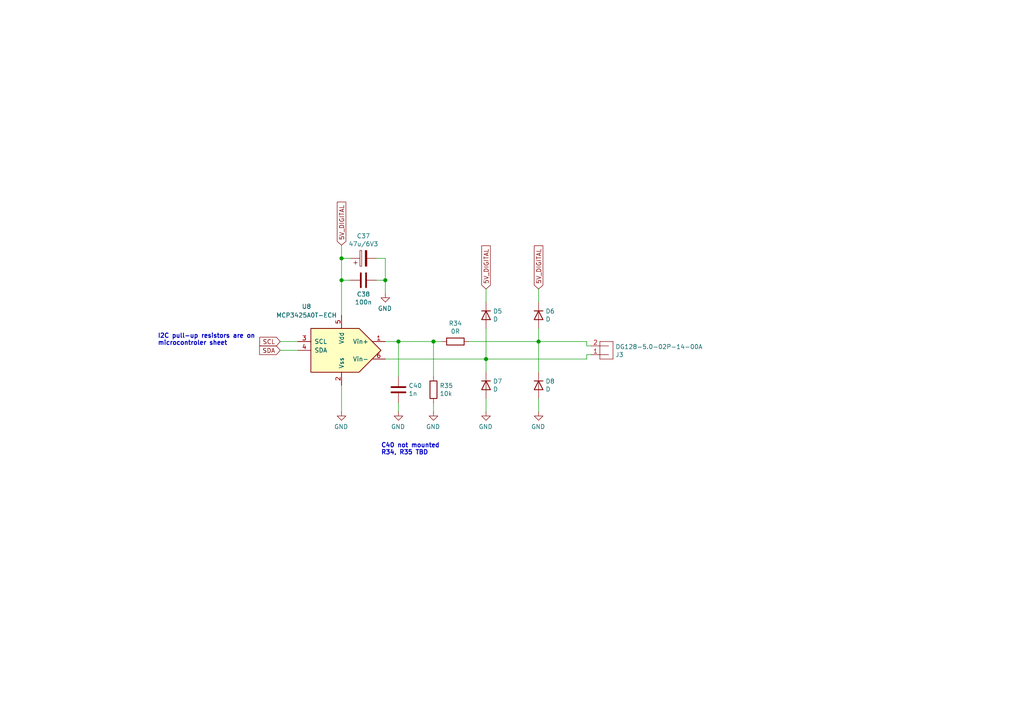
<source format=kicad_sch>
(kicad_sch (version 20231120) (generator "eeschema") (generator_version "8.0")
  (paper "A4")
  (lib_symbols
    (symbol "Analog_ADC:MCP3425A0T-ECH" (pin_names (offset 1.016))
      (property "Reference" "U" (at -10.16 7.62 0))
      (property "Value" "MCP3425A0T-ECH" (at 2.54 7.62 0))
      (symbol "MCP3425A0T-ECH_0_1"
        (polyline (pts (xy -5.08 6.35) (xy 8.89 6.35) (xy 8.89 0) (xy 8.89 -6.35) (xy -5.08 -6.35) (xy -11.43 0) (xy -5.08 6.35)) (stroke (width 0.254)) (fill (type background)))
      )
      (symbol "MCP3425A0T-ECH_1_1"
        (pin passive line (at -12.7 2.54 0) (length 3.81) (name "Vin+") (number "1"))
        (pin power_in line (at 0 -10.16 90) (length 3.81) (name "Vss") (number "2"))
        (pin input line (at 12.7 2.54 180) (length 3.81) (name "SCL") (number "3"))
        (pin bidirectional line (at 12.7 0 180) (length 3.81) (name "SDA") (number "4"))
        (pin power_in line (at 0 10.16 270) (length 3.81) (name "Vdd") (number "5"))
        (pin passive line (at -12.7 -2.54 0) (length 3.81) (name "Vin-") (number "6"))
      )
    )
    (symbol "Device:C" (pin_numbers hide) (pin_names (offset 0.254))
      (property "Reference" "C" (at 0.635 2.54 0))
      (property "Value" "C" (at 0.635 -2.54 0))
      (symbol "C_0_1"
        (polyline (pts (xy -2.032 -0.762) (xy 2.032 -0.762)) (stroke (width 0.508)))
        (polyline (pts (xy -2.032 0.762) (xy 2.032 0.762)) (stroke (width 0.508)))
      )
      (symbol "C_1_1"
        (pin passive line (at 0 3.81 270) (length 2.794) (name "~") (number "1"))
        (pin passive line (at 0 -3.81 90) (length 2.794) (name "~") (number "2"))
      )
    )
    (symbol "Device:CP" (pin_numbers hide) (pin_names (offset 0.254))
      (property "Reference" "C" (at 0.635 2.54 0))
      (property "Value" "CP" (at 0.635 -2.54 0))
      (symbol "CP_0_1"
        (rectangle (start -2.286 0.508) (end 2.286 1.016))
        (polyline (pts (xy -1.778 2.286) (xy -0.762 2.286)))
        (polyline (pts (xy -1.27 2.794) (xy -1.27 1.778)))
        (rectangle (start 2.286 -0.508) (end -2.286 -1.016) (fill (type outline)))
      )
      (symbol "CP_1_1"
        (pin passive line (at 0 3.81 270) (length 2.794) (name "~") (number "1"))
        (pin passive line (at 0 -3.81 90) (length 2.794) (name "~") (number "2"))
      )
    )
    (symbol "Device:D" (pin_numbers hide) (pin_names (offset 1.016) hide)
      (property "Reference" "D" (at 0 2.54 0))
      (property "Value" "D" (at 0 -2.54 0))
      (symbol "D_0_1"
        (polyline (pts (xy -1.27 1.27) (xy -1.27 -1.27)) (stroke (width 0.254)))
        (polyline (pts (xy 1.27 0) (xy -1.27 0)))
        (polyline (pts (xy 1.27 1.27) (xy 1.27 -1.27) (xy -1.27 0) (xy 1.27 1.27)) (stroke (width 0.254)))
      )
      (symbol "D_1_1"
        (pin passive line (at -3.81 0 0) (length 2.54) (name "K") (number "1"))
        (pin passive line (at 3.81 0 180) (length 2.54) (name "A") (number "2"))
      )
    )
    (symbol "Device:R" (pin_numbers hide) (pin_names (offset 0))
      (property "Reference" "R" (at 2.032 0 90))
      (property "Value" "R" (at 0 0 90))
      (symbol "R_0_1"
        (rectangle (start -1.016 -2.54) (end 1.016 2.54) (stroke (width 0.254)))
      )
      (symbol "R_1_1"
        (pin passive line (at 0 3.81 270) (length 1.27) (name "~") (number "1"))
        (pin passive line (at 0 -3.81 90) (length 1.27) (name "~") (number "2"))
      )
    )
    (symbol "NumericallyControlledOscillator:DG128-5.0-02P-14-00A" (pin_names (offset 1.016))
      (property "Reference" "J" (at 0 2.54 0))
      (property "Value" "DG128-5.0-02P-14-00A" (at 0 0 0))
      (symbol "DG128-5.0-02P-14-00A_0_1"
        (rectangle (start 0 -7.62) (end 3.81 -7.62))
        (rectangle (start 0 -2.54) (end 0 -7.62))
        (polyline (pts (xy 0 -3.81) (xy 1.27 -3.81)))
        (polyline (pts (xy 1.27 -3.81) (xy 2.54 -3.81)))
        (polyline (pts (xy 0 -6.35) (xy 1.27 -6.35) (xy 2.54 -6.35)))
        (rectangle (start 3.81 -2.54) (end 0 -2.54))
        (rectangle (start 3.81 -2.54) (end 3.81 -7.62))
      )
      (symbol "DG128-5.0-02P-14-00A_1_1"
        (pin input line (at -2.54 -3.81 0) (length 2.54) (name "~") (number "1"))
        (pin input line (at -2.54 -6.35 0) (length 2.54) (name "~") (number "2"))
      )
    )
    (symbol "power:GND" (power) (pin_names (offset 0))
      (property "Value" "GND" (at 0 -3.81 0))
      (symbol "GND_0_1"
        (polyline (pts (xy 0 0) (xy 0 -1.27) (xy 1.27 -1.27) (xy 0 -2.54) (xy -1.27 -1.27) (xy 0 -1.27)))
      )
      (symbol "GND_1_1"
        (pin power_in line (at 0 0 270) (length 0) hide (name "GND") (number "1"))
      )
    )
  )
  (junction (at 111.76 81.28) (diameter 1.016))
  (junction (at 140.97 104.14) (diameter 1.016))
  (junction (at 156.21 99.06) (diameter 1.016))
  (junction (at 99.06 74.93) (diameter 1.016))
  (junction (at 125.73 99.06) (diameter 1.016))
  (junction (at 115.57 99.06) (diameter 1.016))
  (junction (at 99.06 81.28) (diameter 1.016))
  (wire (pts (xy 170.18 102.87) (xy 170.18 104.14)))
  (wire (pts (xy 140.97 104.14) (xy 140.97 95.25)))
  (wire (pts (xy 140.97 104.14) (xy 140.97 107.95)))
  (wire (pts (xy 115.57 109.22) (xy 115.57 99.06)))
  (wire (pts (xy 99.06 119.38) (xy 99.06 111.76)))
  (wire (pts (xy 156.21 87.63) (xy 156.21 83.82)))
  (wire (pts (xy 170.18 99.06) (xy 170.18 100.33)))
  (wire (pts (xy 170.18 100.33) (xy 171.45 100.33)))
  (wire (pts (xy 99.06 74.93) (xy 99.06 71.12)))
  (wire (pts (xy 125.73 99.06) (xy 128.27 99.06)))
  (wire (pts (xy 86.36 101.6) (xy 81.28 101.6)))
  (wire (pts (xy 115.57 119.38) (xy 115.57 116.84)))
  (wire (pts (xy 156.21 99.06) (xy 156.21 107.95)))
  (wire (pts (xy 86.36 99.06) (xy 81.28 99.06)))
  (wire (pts (xy 115.57 99.06) (xy 125.73 99.06)))
  (wire (pts (xy 109.22 81.28) (xy 111.76 81.28)))
  (wire (pts (xy 111.76 74.93) (xy 111.76 81.28)))
  (wire (pts (xy 140.97 87.63) (xy 140.97 83.82)))
  (wire (pts (xy 109.22 74.93) (xy 111.76 74.93)))
  (wire (pts (xy 156.21 99.06) (xy 170.18 99.06)))
  (wire (pts (xy 171.45 102.87) (xy 170.18 102.87)))
  (wire (pts (xy 125.73 116.84) (xy 125.73 119.38)))
  (wire (pts (xy 156.21 99.06) (xy 156.21 95.25)))
  (wire (pts (xy 99.06 74.93) (xy 101.6 74.93)))
  (wire (pts (xy 111.76 81.28) (xy 111.76 85.09)))
  (wire (pts (xy 99.06 81.28) (xy 101.6 81.28)))
  (wire (pts (xy 125.73 99.06) (xy 125.73 109.22)))
  (wire (pts (xy 140.97 119.38) (xy 140.97 115.57)))
  (wire (pts (xy 156.21 99.06) (xy 135.89 99.06)))
  (wire (pts (xy 111.76 99.06) (xy 115.57 99.06)))
  (wire (pts (xy 111.76 104.14) (xy 140.97 104.14)))
  (wire (pts (xy 99.06 81.28) (xy 99.06 74.93)))
  (wire (pts (xy 170.18 104.14) (xy 140.97 104.14)))
  (wire (pts (xy 99.06 91.44) (xy 99.06 81.28)))
  (wire (pts (xy 156.21 119.38) (xy 156.21 115.57)))
  (text "I2C pull-up resistors are on\nmicrocontroler sheet" (at 45.72 100.33 0) (effects (font (size 1.27 1.27) (thickness 0.254) (bold yes)) (justify left bottom)))
  (text "C40 not mounted\nR34, R35 TBD" (at 110.49 132.08 0) (effects (font (size 1.27 1.27) (thickness 0.254) (bold yes)) (justify left bottom)))
  (global_label "5V_DIGITAL" (shape input) (at 99.06 71.12 90) (property "Intersheetrefs" "${INTERSHEET_REFS}" (effects (hide yes))))
  (global_label "5V_DIGITAL" (shape input) (at 156.21 83.82 90) (property "Intersheetrefs" "${INTERSHEET_REFS}" (effects (hide yes))))
  (global_label "5V_DIGITAL" (shape input) (at 140.97 83.82 90) (property "Intersheetrefs" "${INTERSHEET_REFS}" (effects (hide yes))))
  (global_label "SDA" (shape input) (at 81.28 101.6 180) (property "Intersheetrefs" "${INTERSHEET_REFS}" (effects (hide yes))))
  (global_label "SCL" (shape input) (at 81.28 99.06 180) (property "Intersheetrefs" "${INTERSHEET_REFS}" (effects (hide yes))))
  (symbol (lib_id "Analog_ADC:MCP3425A0T-ECH") (at 99.06 101.6 0) (mirror y) (unit 1)
    (property "Reference" "U8" (at 88.9 88.9 0))
    (property "Value" "MCP3425A0T-ECH" (at 88.9 91.44 0))
    (property "Footprint" "Package_TO_SOT_SMD:SOT-23-6_Handsoldering" (effects (hide yes)))
    (property "Datasheet" "http://ww1.microchip.com/downloads/en/DeviceDoc/22072b.pdf" (effects (hide yes)))
  )
  (symbol (lib_id "Device:CP") (at 105.41 74.93 90) (unit 1)
    (property "Reference" "C37" (at 105.41 68.453 90))
    (property "Value" "47u/6V3" (at 105.41 70.7644 90))
    (property "Footprint" "Capacitor_Tantalum_SMD:CP_EIA-3528-21_Kemet-B" (effects (hide yes)))
  )
  (symbol (lib_id "power:GND") (at 99.06 119.38 0) (mirror y) (unit 1)
    (property "Reference" "#PWR049" (effects (hide yes)))
    (property "Value" "GND" (at 98.933 123.7742 0))
  )
  (symbol (lib_id "Device:C") (at 105.41 81.28 270) (unit 1)
    (property "Reference" "C38" (at 105.41 85.344 90))
    (property "Value" "100n" (at 105.41 87.6554 90))
    (property "Footprint" "Capacitor_SMD:C_0805_2012Metric" (effects (hide yes)))
  )
  (symbol (lib_id "Device:R") (at 132.08 99.06 270) (unit 1)
    (property "Reference" "R34" (at 132.08 93.8022 90))
    (property "Value" "0R" (at 132.08 96.1136 90))
    (property "Footprint" "Resistor_SMD:R_0805_2012Metric" (effects (hide yes)))
  )
  (symbol (lib_id "Device:R") (at 125.73 113.03 0) (unit 1)
    (property "Reference" "R35" (at 127.508 111.8616 0) (effects (justify left)))
    (property "Value" "10k" (at 127.508 114.173 0) (effects (justify left)))
    (property "Footprint" "Resistor_SMD:R_0805_2012Metric" (effects (hide yes)))
  )
  (symbol (lib_id "Device:C") (at 115.57 113.03 0) (unit 1)
    (property "Reference" "C40" (at 118.491 111.8616 0) (effects (justify left)))
    (property "Value" "1n" (at 118.491 114.173 0) (effects (justify left)))
    (property "Footprint" "Capacitor_SMD:C_0805_2012Metric" (effects (hide yes)))
  )
  (symbol (lib_id "power:GND") (at 115.57 119.38 0) (mirror y) (unit 1)
    (property "Reference" "#PWR051" (effects (hide yes)))
    (property "Value" "GND" (at 115.443 123.7742 0))
  )
  (symbol (lib_id "power:GND") (at 140.97 119.38 0) (mirror y) (unit 1)
    (property "Reference" "#PWR052" (effects (hide yes)))
    (property "Value" "GND" (at 140.843 123.7742 0))
  )
  (symbol (lib_id "power:GND") (at 156.21 119.38 0) (mirror y) (unit 1)
    (property "Reference" "#PWR053" (effects (hide yes)))
    (property "Value" "GND" (at 156.083 123.7742 0))
  )
  (symbol (lib_id "power:GND") (at 111.76 85.09 0) (mirror y) (unit 1)
    (property "Reference" "#PWR0119" (effects (hide yes)))
    (property "Value" "GND" (at 111.633 89.4842 0))
  )
  (symbol (lib_id "NumericallyControlledOscillator:DG128-5.0-02P-14-00A") (at 173.99 106.68 0) (mirror x) (unit 1)
    (property "Reference" "J3" (at 178.4858 102.8954 0) (effects (justify left)))
    (property "Value" "DG128-5.0-02P-14-00A" (at 178.4858 100.584 0) (effects (justify left)))
    (property "Footprint" "DDSFunctionGenerator:DG128-5.0-02P-14-00A" (effects (hide yes)))
  )
  (symbol (lib_id "power:GND") (at 125.73 119.38 0) (mirror y) (unit 1)
    (property "Reference" "#PWR072" (effects (hide yes)))
    (property "Value" "GND" (at 125.603 123.7742 0))
  )
  (symbol (lib_id "Device:D") (at 140.97 91.44 270) (unit 1)
    (property "Reference" "D5" (at 142.9766 90.2716 90) (effects (justify left)))
    (property "Value" "D" (at 142.9766 92.583 90) (effects (justify left)))
    (property "Footprint" "Diode_SMD:D_MiniMELF" (effects (hide yes)))
  )
  (symbol (lib_id "Device:D") (at 156.21 91.44 270) (unit 1)
    (property "Reference" "D6" (at 158.2166 90.2716 90) (effects (justify left)))
    (property "Value" "D" (at 158.2166 92.583 90) (effects (justify left)))
    (property "Footprint" "Diode_SMD:D_MiniMELF" (effects (hide yes)))
  )
  (symbol (lib_id "Device:D") (at 140.97 111.76 270) (unit 1)
    (property "Reference" "D7" (at 142.9766 110.5916 90) (effects (justify left)))
    (property "Value" "D" (at 142.9766 112.903 90) (effects (justify left)))
    (property "Footprint" "Diode_SMD:D_MiniMELF" (effects (hide yes)))
  )
  (symbol (lib_id "Device:D") (at 156.21 111.76 270) (unit 1)
    (property "Reference" "D8" (at 158.2166 110.5916 90) (effects (justify left)))
    (property "Value" "D" (at 158.2166 112.903 90) (effects (justify left)))
    (property "Footprint" "Diode_SMD:D_MiniMELF" (effects (hide yes)))
  )
)
</source>
